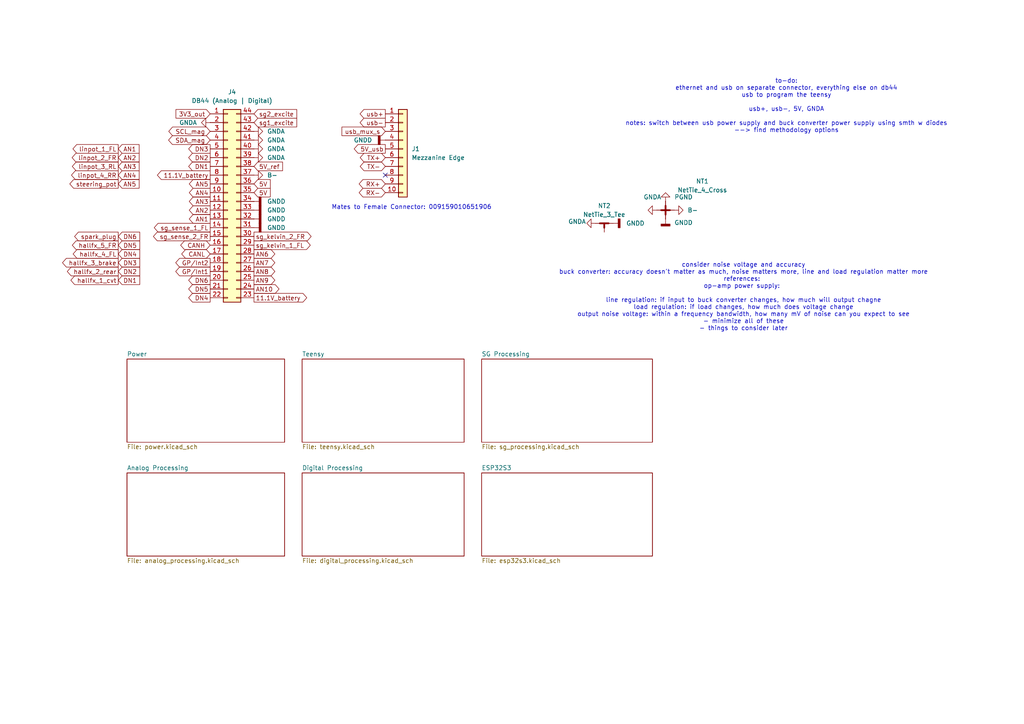
<source format=kicad_sch>
(kicad_sch (version 20250114) (generator "eeschema") (generator_version "9.0")
  (paper "A4")
  (lib_symbols
    (symbol "Connector_Generic:Conn_01x10" (pin_names (offset 1.016) (hide yes))
      (property "Reference" "J" (at 0 12.7 0))
      (property "Value" "Conn_01x10" (at 0 -15.24 0))
      (symbol "Conn_01x10_1_1"
        (rectangle (start -1.27 11.43) (end 1.27 -13.97) (stroke (width 0.254)) (fill (type background)))
        (rectangle (start -1.27 10.287) (end 0 10.033) (stroke (width 0.1524)))
        (rectangle (start -1.27 7.747) (end 0 7.493) (stroke (width 0.1524)))
        (rectangle (start -1.27 5.207) (end 0 4.953) (stroke (width 0.1524)))
        (rectangle (start -1.27 2.667) (end 0 2.413) (stroke (width 0.1524)))
        (rectangle (start -1.27 0.127) (end 0 -0.127) (stroke (width 0.1524)))
        (rectangle (start -1.27 -2.413) (end 0 -2.667) (stroke (width 0.1524)))
        (rectangle (start -1.27 -4.953) (end 0 -5.207) (stroke (width 0.1524)))
        (rectangle (start -1.27 -7.493) (end 0 -7.747) (stroke (width 0.1524)))
        (rectangle (start -1.27 -10.033) (end 0 -10.287) (stroke (width 0.1524)))
        (rectangle (start -1.27 -12.573) (end 0 -12.827) (stroke (width 0.1524)))
        (pin passive line (at -5.08 10.16 0) (length 3.81) (name "Pin_1") (number "1"))
        (pin passive line (at -5.08 7.62 0) (length 3.81) (name "Pin_2") (number "2"))
        (pin passive line (at -5.08 5.08 0) (length 3.81) (name "Pin_3") (number "3"))
        (pin passive line (at -5.08 2.54 0) (length 3.81) (name "Pin_4") (number "4"))
        (pin passive line (at -5.08 0 0) (length 3.81) (name "Pin_5") (number "5"))
        (pin passive line (at -5.08 -2.54 0) (length 3.81) (name "Pin_6") (number "6"))
        (pin passive line (at -5.08 -5.08 0) (length 3.81) (name "Pin_7") (number "7"))
        (pin passive line (at -5.08 -7.62 0) (length 3.81) (name "Pin_8") (number "8"))
        (pin passive line (at -5.08 -10.16 0) (length 3.81) (name "Pin_9") (number "9"))
        (pin passive line (at -5.08 -12.7 0) (length 3.81) (name "Pin_10") (number "10"))
      )
    )
    (symbol "Connector_Generic:Conn_02x22_Counter_Clockwise" (pin_names (offset 1.016) (hide yes))
      (property "Reference" "J" (at 1.27 27.94 0))
      (property "Value" "Conn_02x22_Counter_Clockwise" (at 1.27 -30.48 0))
      (symbol "Conn_02x22_Counter_Clockwise_1_1"
        (rectangle (start -1.27 26.67) (end 3.81 -29.21) (stroke (width 0.254)) (fill (type background)))
        (rectangle (start -1.27 25.527) (end 0 25.273) (stroke (width 0.1524)))
        (rectangle (start -1.27 22.987) (end 0 22.733) (stroke (width 0.1524)))
        (rectangle (start -1.27 20.447) (end 0 20.193) (stroke (width 0.1524)))
        (rectangle (start -1.27 17.907) (end 0 17.653) (stroke (width 0.1524)))
        (rectangle (start -1.27 15.367) (end 0 15.113) (stroke (width 0.1524)))
        (rectangle (start -1.27 12.827) (end 0 12.573) (stroke (width 0.1524)))
        (rectangle (start -1.27 10.287) (end 0 10.033) (stroke (width 0.1524)))
        (rectangle (start -1.27 7.747) (end 0 7.493) (stroke (width 0.1524)))
        (rectangle (start -1.27 5.207) (end 0 4.953) (stroke (width 0.1524)))
        (rectangle (start -1.27 2.667) (end 0 2.413) (stroke (width 0.1524)))
        (rectangle (start -1.27 0.127) (end 0 -0.127) (stroke (width 0.1524)))
        (rectangle (start -1.27 -2.413) (end 0 -2.667) (stroke (width 0.1524)))
        (rectangle (start -1.27 -4.953) (end 0 -5.207) (stroke (width 0.1524)))
        (rectangle (start -1.27 -7.493) (end 0 -7.747) (stroke (width 0.1524)))
        (rectangle (start -1.27 -10.033) (end 0 -10.287) (stroke (width 0.1524)))
        (rectangle (start -1.27 -12.573) (end 0 -12.827) (stroke (width 0.1524)))
        (rectangle (start -1.27 -15.113) (end 0 -15.367) (stroke (width 0.1524)))
        (rectangle (start -1.27 -17.653) (end 0 -17.907) (stroke (width 0.1524)))
        (rectangle (start -1.27 -20.193) (end 0 -20.447) (stroke (width 0.1524)))
        (rectangle (start -1.27 -22.733) (end 0 -22.987) (stroke (width 0.1524)))
        (rectangle (start -1.27 -25.273) (end 0 -25.527) (stroke (width 0.1524)))
        (rectangle (start -1.27 -27.813) (end 0 -28.067) (stroke (width 0.1524)))
        (rectangle (start 3.81 25.527) (end 2.54 25.273) (stroke (width 0.1524)))
        (rectangle (start 3.81 22.987) (end 2.54 22.733) (stroke (width 0.1524)))
        (rectangle (start 3.81 20.447) (end 2.54 20.193) (stroke (width 0.1524)))
        (rectangle (start 3.81 17.907) (end 2.54 17.653) (stroke (width 0.1524)))
        (rectangle (start 3.81 15.367) (end 2.54 15.113) (stroke (width 0.1524)))
        (rectangle (start 3.81 12.827) (end 2.54 12.573) (stroke (width 0.1524)))
        (rectangle (start 3.81 10.287) (end 2.54 10.033) (stroke (width 0.1524)))
        (rectangle (start 3.81 7.747) (end 2.54 7.493) (stroke (width 0.1524)))
        (rectangle (start 3.81 5.207) (end 2.54 4.953) (stroke (width 0.1524)))
        (rectangle (start 3.81 2.667) (end 2.54 2.413) (stroke (width 0.1524)))
        (rectangle (start 3.81 0.127) (end 2.54 -0.127) (stroke (width 0.1524)))
        (rectangle (start 3.81 -2.413) (end 2.54 -2.667) (stroke (width 0.1524)))
        (rectangle (start 3.81 -4.953) (end 2.54 -5.207) (stroke (width 0.1524)))
        (rectangle (start 3.81 -7.493) (end 2.54 -7.747) (stroke (width 0.1524)))
        (rectangle (start 3.81 -10.033) (end 2.54 -10.287) (stroke (width 0.1524)))
        (rectangle (start 3.81 -12.573) (end 2.54 -12.827) (stroke (width 0.1524)))
        (rectangle (start 3.81 -15.113) (end 2.54 -15.367) (stroke (width 0.1524)))
        (rectangle (start 3.81 -17.653) (end 2.54 -17.907) (stroke (width 0.1524)))
        (rectangle (start 3.81 -20.193) (end 2.54 -20.447) (stroke (width 0.1524)))
        (rectangle (start 3.81 -22.733) (end 2.54 -22.987) (stroke (width 0.1524)))
        (rectangle (start 3.81 -25.273) (end 2.54 -25.527) (stroke (width 0.1524)))
        (rectangle (start 3.81 -27.813) (end 2.54 -28.067) (stroke (width 0.1524)))
        (pin passive line (at -5.08 25.4 0) (length 3.81) (name "Pin_1") (number "1"))
        (pin passive line (at -5.08 22.86 0) (length 3.81) (name "Pin_2") (number "2"))
        (pin passive line (at -5.08 20.32 0) (length 3.81) (name "Pin_3") (number "3"))
        (pin passive line (at -5.08 17.78 0) (length 3.81) (name "Pin_4") (number "4"))
        (pin passive line (at -5.08 15.24 0) (length 3.81) (name "Pin_5") (number "5"))
        (pin passive line (at -5.08 12.7 0) (length 3.81) (name "Pin_6") (number "6"))
        (pin passive line (at -5.08 10.16 0) (length 3.81) (name "Pin_7") (number "7"))
        (pin passive line (at -5.08 7.62 0) (length 3.81) (name "Pin_8") (number "8"))
        (pin passive line (at -5.08 5.08 0) (length 3.81) (name "Pin_9") (number "9"))
        (pin passive line (at -5.08 2.54 0) (length 3.81) (name "Pin_10") (number "10"))
        (pin passive line (at -5.08 0 0) (length 3.81) (name "Pin_11") (number "11"))
        (pin passive line (at -5.08 -2.54 0) (length 3.81) (name "Pin_12") (number "12"))
        (pin passive line (at -5.08 -5.08 0) (length 3.81) (name "Pin_13") (number "13"))
        (pin passive line (at -5.08 -7.62 0) (length 3.81) (name "Pin_14") (number "14"))
        (pin passive line (at -5.08 -10.16 0) (length 3.81) (name "Pin_15") (number "15"))
        (pin passive line (at -5.08 -12.7 0) (length 3.81) (name "Pin_16") (number "16"))
        (pin passive line (at -5.08 -15.24 0) (length 3.81) (name "Pin_17") (number "17"))
        (pin passive line (at -5.08 -17.78 0) (length 3.81) (name "Pin_18") (number "18"))
        (pin passive line (at -5.08 -20.32 0) (length 3.81) (name "Pin_19") (number "19"))
        (pin passive line (at -5.08 -22.86 0) (length 3.81) (name "Pin_20") (number "20"))
        (pin passive line (at -5.08 -25.4 0) (length 3.81) (name "Pin_21") (number "21"))
        (pin passive line (at -5.08 -27.94 0) (length 3.81) (name "Pin_22") (number "22"))
        (pin passive line (at 7.62 25.4 180) (length 3.81) (name "Pin_44") (number "44"))
        (pin passive line (at 7.62 22.86 180) (length 3.81) (name "Pin_43") (number "43"))
        (pin passive line (at 7.62 20.32 180) (length 3.81) (name "Pin_42") (number "42"))
        (pin passive line (at 7.62 17.78 180) (length 3.81) (name "Pin_41") (number "41"))
        (pin passive line (at 7.62 15.24 180) (length 3.81) (name "Pin_40") (number "40"))
        (pin passive line (at 7.62 12.7 180) (length 3.81) (name "Pin_39") (number "39"))
        (pin passive line (at 7.62 10.16 180) (length 3.81) (name "Pin_38") (number "38"))
        (pin passive line (at 7.62 7.62 180) (length 3.81) (name "Pin_37") (number "37"))
        (pin passive line (at 7.62 5.08 180) (length 3.81) (name "Pin_36") (number "36"))
        (pin passive line (at 7.62 2.54 180) (length 3.81) (name "Pin_35") (number "35"))
        (pin passive line (at 7.62 0 180) (length 3.81) (name "Pin_34") (number "34"))
        (pin passive line (at 7.62 -2.54 180) (length 3.81) (name "Pin_33") (number "33"))
        (pin passive line (at 7.62 -5.08 180) (length 3.81) (name "Pin_32") (number "32"))
        (pin passive line (at 7.62 -7.62 180) (length 3.81) (name "Pin_31") (number "31"))
        (pin passive line (at 7.62 -10.16 180) (length 3.81) (name "Pin_30") (number "30"))
        (pin passive line (at 7.62 -12.7 180) (length 3.81) (name "Pin_29") (number "29"))
        (pin passive line (at 7.62 -15.24 180) (length 3.81) (name "Pin_28") (number "28"))
        (pin passive line (at 7.62 -17.78 180) (length 3.81) (name "Pin_27") (number "27"))
        (pin passive line (at 7.62 -20.32 180) (length 3.81) (name "Pin_26") (number "26"))
        (pin passive line (at 7.62 -22.86 180) (length 3.81) (name "Pin_25") (number "25"))
        (pin passive line (at 7.62 -25.4 180) (length 3.81) (name "Pin_24") (number "24"))
        (pin passive line (at 7.62 -27.94 180) (length 3.81) (name "Pin_23") (number "23"))
      )
    )
    (symbol "Device:NetTie_3_Tee" (pin_numbers (hide yes)) (pin_names (offset 0) (hide yes)) (in_bom no)
      (property "Reference" "NT" (at 0 3.175 0))
      (property "Value" "NetTie_3_Tee" (at 0 1.27 0))
      (symbol "NetTie_3_Tee_0_1"
        (polyline (pts (xy -1.27 0) (xy 1.27 0)) (stroke (width 0.254)))
        (polyline (pts (xy -1.27 0) (xy 1.27 0)) (stroke (width 0.508)))
        (polyline (pts (xy 0 -1.27) (xy 0 0)) (stroke (width 0.508)))
        (polyline (pts (xy 0 -2.54) (xy 0 -2.54)) (stroke (width 0.254)))
      )
      (symbol "NetTie_3_Tee_1_1"
        (pin passive line (at -2.54 0 0) (length 2.54) (name "1") (number "1"))
        (pin passive line (at 0 -2.54 90) (length 2.54) (name "3") (number "3"))
        (pin passive line (at 2.54 0 180) (length 2.54) (name "2") (number "2"))
      )
    )
    (symbol "Device:NetTie_4_Cross" (pin_numbers (hide yes)) (pin_names (offset 0) (hide yes)) (in_bom no)
      (property "Reference" "NT" (at 0.635 1.27 0))
      (property "Value" "NetTie_4_Cross" (at 0.635 -1.27 0))
      (symbol "NetTie_4_Cross_0_1"
        (polyline (pts (xy -1.27 0) (xy 1.27 0)) (stroke (width 0.508)))
        (polyline (pts (xy 0 -1.27) (xy 0 1.27)) (stroke (width 0.508)))
      )
      (symbol "NetTie_4_Cross_1_1"
        (pin passive line (at -2.54 0 0) (length 2.54) (name "1") (number "1"))
        (pin passive line (at 0 2.54 270) (length 2.54) (name "3") (number "3"))
        (pin passive line (at 0 -2.54 90) (length 2.54) (name "4") (number "4"))
        (pin passive line (at 2.54 0 180) (length 2.54) (name "2") (number "2"))
      )
    )
    (symbol "power:GNDA" (power) (pin_numbers (hide yes)) (pin_names (offset 0) (hide yes))
      (property "Value" "GNDA" (at 0 -3.81 0))
      (symbol "GNDA_0_1"
        (polyline (pts (xy 0 0) (xy 0 -1.27) (xy 1.27 -1.27) (xy 0 -2.54) (xy -1.27 -1.27) (xy 0 -1.27)))
      )
      (symbol "GNDA_1_1"
        (pin power_in line (at 0 0 270) (length 0) (name "~") (number "1"))
      )
    )
    (symbol "power:GNDD" (power) (pin_numbers (hide yes)) (pin_names (offset 0) (hide yes))
      (property "Value" "GNDD" (at 0 -3.175 0))
      (symbol "GNDD_0_1"
        (rectangle (start -1.27 -1.524) (end 1.27 -2.032) (stroke (width 0.254)) (fill (type outline)))
        (polyline (pts (xy 0 0) (xy 0 -1.524)))
      )
      (symbol "GNDD_1_1"
        (pin power_in line (at 0 0 270) (length 0) (name "~") (number "1"))
      )
    )
  )
  (text "consider noise voltage and accuracy\nbuck converter: accuracy doesn't matter as much, noise matters more, line and load regulation matter more\nreferences: \nop-amp power supply: \n\nline regulation: if input to buck converter changes, how much will output chagne\nload regulation: if load changes, how much does voltage change\noutput noise voltage: within a frequency bandwidth, how many mV of noise can you expect to see\n- minimize all of these\n- things to consider later" (at 215.646 76.2 0) (effects (font (size 1.27 1.27)) (justify top)))
  (text "to-do:\nethernet and usb on separate connector, everything else on db44\nusb to program the teensy\n\nusb+, usb-, 5V, GNDA\n\nnotes: switch between usb power supply and buck converter power supply using smth w diodes\n--> find methodology options" (at 228.092 30.734 0) (effects (font (size 1.27 1.27))))
  (text "Mates to Female Connector: 009159010651906" (at 119.38 60.198 0) (effects (font (size 1.27 1.27))))
  (no_connect (at 111.76 50.8))
  (global_label "AN5" (shape output) (at 60.96 53.34 180) (property "Intersheetrefs" "${INTERSHEET_REFS}" (effects (hide yes))))
  (global_label "AN7" (shape output) (at 73.66 76.2 0) (property "Intersheetrefs" "${INTERSHEET_REFS}" (effects (hide yes))))
  (global_label "linpot_1_FL" (shape output) (at 34.29 43.18 180) (property "Intersheetrefs" "${INTERSHEET_REFS}" (effects (hide yes))))
  (global_label "DN5" (shape output) (at 60.96 83.82 180) (property "Intersheetrefs" "${INTERSHEET_REFS}" (effects (hide yes))))
  (global_label "11.1V_battery" (shape output) (at 60.96 50.8 180) (property "Intersheetrefs" "${INTERSHEET_REFS}" (effects (hide yes))))
  (global_label "RX-" (shape bidirectional) (at 111.76 55.88 180) (property "Intersheetrefs" "${INTERSHEET_REFS}" (effects (hide yes))))
  (global_label "sg1_excite" (shape input) (at 73.66 35.56 0) (property "Intersheetrefs" "${INTERSHEET_REFS}" (effects (hide yes))))
  (global_label "hallfx_3_brake" (shape output) (at 34.29 76.2 180) (property "Intersheetrefs" "${INTERSHEET_REFS}" (effects (hide yes))))
  (global_label "CANH" (shape bidirectional) (at 60.96 71.12 180) (property "Intersheetrefs" "${INTERSHEET_REFS}" (effects (hide yes))))
  (global_label "spark_plug" (shape output) (at 34.29 68.58 180) (property "Intersheetrefs" "${INTERSHEET_REFS}" (effects (hide yes))))
  (global_label "5V" (shape input) (at 73.66 53.34 0) (property "Intersheetrefs" "${INTERSHEET_REFS}" (effects (hide yes))))
  (global_label "AN4" (shape output) (at 60.96 55.88 180) (property "Intersheetrefs" "${INTERSHEET_REFS}" (effects (hide yes))))
  (global_label "RX+" (shape bidirectional) (at 111.76 53.34 180) (property "Intersheetrefs" "${INTERSHEET_REFS}" (effects (hide yes))))
  (global_label "sg_sense_1_FL" (shape output) (at 60.96 66.04 180) (property "Intersheetrefs" "${INTERSHEET_REFS}" (effects (hide yes))))
  (global_label "usb_mux_s" (shape input) (at 111.76 38.1 180) (property "Intersheetrefs" "${INTERSHEET_REFS}" (effects (hide yes))))
  (global_label "DN6" (shape output) (at 60.96 81.28 180) (property "Intersheetrefs" "${INTERSHEET_REFS}" (effects (hide yes))))
  (global_label "linpot_2_FR" (shape output) (at 34.29 45.72 180) (property "Intersheetrefs" "${INTERSHEET_REFS}" (effects (hide yes))))
  (global_label "DN2" (shape output) (at 60.96 45.72 180) (property "Intersheetrefs" "${INTERSHEET_REFS}" (effects (hide yes))))
  (global_label "5V_usb" (shape output) (at 111.76 43.18 180) (property "Intersheetrefs" "${INTERSHEET_REFS}" (effects (hide yes))))
  (global_label "AN3" (shape input) (at 34.29 48.26 0) (property "Intersheetrefs" "${INTERSHEET_REFS}" (effects (hide yes))))
  (global_label "DN4" (shape input) (at 34.29 73.66 0) (property "Intersheetrefs" "${INTERSHEET_REFS}" (effects (hide yes))))
  (global_label "AN4" (shape input) (at 34.29 50.8 0) (property "Intersheetrefs" "${INTERSHEET_REFS}" (effects (hide yes))))
  (global_label "sg2_excite" (shape input) (at 73.66 33.02 0) (property "Intersheetrefs" "${INTERSHEET_REFS}" (effects (hide yes))))
  (global_label "5V_ref" (shape input) (at 73.66 48.26 0) (property "Intersheetrefs" "${INTERSHEET_REFS}" (effects (hide yes))))
  (global_label "AN10" (shape output) (at 73.66 83.82 0) (property "Intersheetrefs" "${INTERSHEET_REFS}" (effects (hide yes))))
  (global_label "GP{slash}Int1" (shape output) (at 60.96 78.74 180) (property "Intersheetrefs" "${INTERSHEET_REFS}" (effects (hide yes))))
  (global_label "DN5" (shape input) (at 34.29 71.12 0) (property "Intersheetrefs" "${INTERSHEET_REFS}" (effects (hide yes))))
  (global_label "DN3" (shape input) (at 34.29 76.2 0) (property "Intersheetrefs" "${INTERSHEET_REFS}" (effects (hide yes))))
  (global_label "usb+" (shape output) (at 111.76 33.02 180) (property "Intersheetrefs" "${INTERSHEET_REFS}" (effects (hide yes))))
  (global_label "linpot_4_RR" (shape output) (at 34.29 50.8 180) (property "Intersheetrefs" "${INTERSHEET_REFS}" (effects (hide yes))))
  (global_label "AN1" (shape input) (at 34.29 43.18 0) (property "Intersheetrefs" "${INTERSHEET_REFS}" (effects (hide yes))))
  (global_label "TX+" (shape bidirectional) (at 111.76 45.72 180) (property "Intersheetrefs" "${INTERSHEET_REFS}" (effects (hide yes))))
  (global_label "hallfx_5_FR" (shape output) (at 34.29 71.12 180) (property "Intersheetrefs" "${INTERSHEET_REFS}" (effects (hide yes))))
  (global_label "AN6" (shape output) (at 73.66 73.66 0) (property "Intersheetrefs" "${INTERSHEET_REFS}" (effects (hide yes))))
  (global_label "steering_pot" (shape output) (at 34.29 53.34 180) (property "Intersheetrefs" "${INTERSHEET_REFS}" (effects (hide yes))))
  (global_label "DN6" (shape input) (at 34.29 68.58 0) (property "Intersheetrefs" "${INTERSHEET_REFS}" (effects (hide yes))))
  (global_label "linpot_3_RL" (shape output) (at 34.29 48.26 180) (property "Intersheetrefs" "${INTERSHEET_REFS}" (effects (hide yes))))
  (global_label "AN2" (shape output) (at 60.96 60.96 180) (property "Intersheetrefs" "${INTERSHEET_REFS}" (effects (hide yes))))
  (global_label "hallfx_1_cvt" (shape output) (at 34.29 81.28 180) (property "Intersheetrefs" "${INTERSHEET_REFS}" (effects (hide yes))))
  (global_label "AN1" (shape output) (at 60.96 63.5 180) (property "Intersheetrefs" "${INTERSHEET_REFS}" (effects (hide yes))))
  (global_label "5V" (shape input) (at 73.66 55.88 0) (property "Intersheetrefs" "${INTERSHEET_REFS}" (effects (hide yes))))
  (global_label "TX-" (shape bidirectional) (at 111.76 48.26 180) (property "Intersheetrefs" "${INTERSHEET_REFS}" (effects (hide yes))))
  (global_label "hallfx_2_rear" (shape output) (at 34.29 78.74 180) (property "Intersheetrefs" "${INTERSHEET_REFS}" (effects (hide yes))))
  (global_label "CANL" (shape bidirectional) (at 60.96 73.66 180) (property "Intersheetrefs" "${INTERSHEET_REFS}" (effects (hide yes))))
  (global_label "3V3_out" (shape input) (at 60.96 33.02 180) (property "Intersheetrefs" "${INTERSHEET_REFS}" (effects (hide yes))))
  (global_label "SDA_mag" (shape bidirectional) (at 60.96 40.64 180) (property "Intersheetrefs" "${INTERSHEET_REFS}" (effects (hide yes))))
  (global_label "11.1V_battery" (shape output) (at 73.66 86.36 0) (property "Intersheetrefs" "${INTERSHEET_REFS}" (effects (hide yes))))
  (global_label "usb-" (shape output) (at 111.76 35.56 180) (property "Intersheetrefs" "${INTERSHEET_REFS}" (effects (hide yes))))
  (global_label "AN5" (shape input) (at 34.29 53.34 0) (property "Intersheetrefs" "${INTERSHEET_REFS}" (effects (hide yes))))
  (global_label "sg_kelvin_2_FR" (shape output) (at 73.66 68.58 0) (property "Intersheetrefs" "${INTERSHEET_REFS}" (effects (hide yes))))
  (global_label "hallfx_4_FL" (shape output) (at 34.29 73.66 180) (property "Intersheetrefs" "${INTERSHEET_REFS}" (effects (hide yes))))
  (global_label "AN3" (shape output) (at 60.96 58.42 180) (property "Intersheetrefs" "${INTERSHEET_REFS}" (effects (hide yes))))
  (global_label "AN8" (shape output) (at 73.66 78.74 0) (property "Intersheetrefs" "${INTERSHEET_REFS}" (effects (hide yes))))
  (global_label "sg_sense_2_FR" (shape output) (at 60.96 68.58 180) (property "Intersheetrefs" "${INTERSHEET_REFS}" (effects (hide yes))))
  (global_label "AN2" (shape input) (at 34.29 45.72 0) (property "Intersheetrefs" "${INTERSHEET_REFS}" (effects (hide yes))))
  (global_label "DN4" (shape output) (at 60.96 86.36 180) (property "Intersheetrefs" "${INTERSHEET_REFS}" (effects (hide yes))))
  (global_label "SCL_mag" (shape bidirectional) (at 60.96 38.1 180) (property "Intersheetrefs" "${INTERSHEET_REFS}" (effects (hide yes))))
  (global_label "DN2" (shape input) (at 34.29 78.74 0) (property "Intersheetrefs" "${INTERSHEET_REFS}" (effects (hide yes))))
  (global_label "DN1" (shape input) (at 34.29 81.28 0) (property "Intersheetrefs" "${INTERSHEET_REFS}" (effects (hide yes))))
  (global_label "DN1" (shape output) (at 60.96 48.26 180) (property "Intersheetrefs" "${INTERSHEET_REFS}" (effects (hide yes))))
  (global_label "DN3" (shape output) (at 60.96 43.18 180) (property "Intersheetrefs" "${INTERSHEET_REFS}" (effects (hide yes))))
  (global_label "GP{slash}Int2" (shape output) (at 60.96 76.2 180) (property "Intersheetrefs" "${INTERSHEET_REFS}" (effects (hide yes))))
  (global_label "AN9" (shape output) (at 73.66 81.28 0) (property "Intersheetrefs" "${INTERSHEET_REFS}" (effects (hide yes))))
  (global_label "sg_kelvin_1_FL" (shape output) (at 73.66 71.12 0) (property "Intersheetrefs" "${INTERSHEET_REFS}" (effects (hide yes))))
  (symbol (lib_id "power:GNDD") (at 73.66 63.5 90) (unit 1)
    (property "Reference" "#PWR059" (effects (hide yes)))
    (property "Value" "GNDD" (at 77.47 63.4999 90) (effects (justify right)))
    (property "Description" "Power symbol creates a global label with name \"GNDD\" , digital ground" (effects (hide yes)))
  )
  (symbol (lib_id "Device:NetTie_4_Cross") (at 193.04 60.96 0) (unit 1) (in_bom no)
    (property "Reference" "NT1" (at 203.708 52.578 0))
    (property "Value" "NetTie_4_Cross" (at 203.708 55.118 0))
    (property "Footprint" "NetTie:NetTie-4_SMD_Pad0.5mm" (effects (hide yes)))
    (property "Description" "Net tie, 4 pins, cross" (effects (hide yes)))
  )
  (symbol (lib_id "power:GNDA") (at 73.66 43.18 90) (unit 1)
    (property "Reference" "#PWR0104" (effects (hide yes)))
    (property "Value" "GNDA" (at 77.47 43.1799 90) (effects (justify right)))
    (property "Description" "Power symbol creates a global label with name \"GNDA\" , analog ground" (effects (hide yes)))
  )
  (symbol (lib_id "Connector_Generic:Conn_02x22_Counter_Clockwise") (at 66.04 58.42 0) (unit 1)
    (property "Reference" "J4" (at 67.31 26.67 0))
    (property "Value" "DB44 (Analog | Digital)" (at 67.31 29.21 0))
    (property "Footprint" "22XT_Main:aaren_mouser_db44_screws" (effects (hide yes)))
    (property "Description" "Generic connector, double row, 02x22, counter clockwise pin numbering scheme (similar to DIP package numbering), script generated (kicad-library-utils/schlib/autogen/connector/)" (effects (hide yes)))
  )
  (symbol (lib_id "power:GNDA") (at 60.96 35.56 270) (unit 1)
    (property "Reference" "#PWR0103" (effects (hide yes)))
    (property "Value" "GNDA" (at 57.15 35.5599 90) (effects (justify right)))
    (property "Description" "Power symbol creates a global label with name \"GNDA\" , analog ground" (effects (hide yes)))
  )
  (symbol (lib_id "power:GNDD") (at 193.04 63.5 0) (unit 1)
    (property "Reference" "#PWR090" (effects (hide yes)))
    (property "Value" "GNDD" (at 195.58 64.5794 0) (effects (justify left)))
    (property "Description" "Power symbol creates a global label with name \"GNDD\" , digital ground" (effects (hide yes)))
  )
  (symbol (lib_id "power:GNDA") (at 73.66 50.8 90) (unit 1)
    (property "Reference" "#PWR072" (effects (hide yes)))
    (property "Value" "B-" (at 77.47 50.7999 90) (effects (justify right)))
    (property "Description" "Power symbol creates a global label with name \"GNDA\" , analog ground" (effects (hide yes)))
  )
  (symbol (lib_id "power:GNDA") (at 73.66 40.64 90) (unit 1)
    (property "Reference" "#PWR053" (effects (hide yes)))
    (property "Value" "GNDA" (at 77.47 40.6399 90) (effects (justify right)))
    (property "Description" "Power symbol creates a global label with name \"GNDA\" , analog ground" (effects (hide yes)))
  )
  (symbol (lib_id "power:GNDA") (at 190.5 60.96 270) (unit 1)
    (property "Reference" "#PWR089" (effects (hide yes)))
    (property "Value" "GNDA" (at 189.23 57.15 90))
    (property "Description" "Power symbol creates a global label with name \"GNDA\" , analog ground" (effects (hide yes)))
  )
  (symbol (lib_id "Connector_Generic:Conn_01x10") (at 116.84 43.18 0) (unit 1)
    (property "Reference" "J1" (at 119.38 43.1799 0) (effects (justify left)))
    (property "Value" "Mezzanine Edge" (at 119.38 45.7199 0) (effects (justify left)))
    (property "Footprint" "22XT_Main:Double Sided Mezzanine Card Edge_Edge Side" (effects (hide yes)))
    (property "Description" "Generic connector, single row, 01x10, script generated (kicad-library-utils/schlib/autogen/connector/)" (effects (hide yes)))
  )
  (symbol (lib_id "power:GNDA") (at 195.58 60.96 90) (unit 1)
    (property "Reference" "#PWR092" (effects (hide yes)))
    (property "Value" "B-" (at 199.39 60.9599 90) (effects (justify right)))
    (property "Description" "Power symbol creates a global label with name \"GNDA\" , analog ground" (effects (hide yes)))
  )
  (symbol (lib_id "power:GNDD") (at 111.76 40.64 270) (unit 1)
    (property "Reference" "#PWR038" (effects (hide yes)))
    (property "Value" "GNDD" (at 107.95 40.6399 90) (effects (justify right)))
    (property "Description" "Power symbol creates a global label with name \"GNDD\" , digital ground" (effects (hide yes)))
  )
  (symbol (lib_id "power:GNDA") (at 73.66 45.72 90) (unit 1)
    (property "Reference" "#PWR0105" (effects (hide yes)))
    (property "Value" "GNDA" (at 77.47 45.7199 90) (effects (justify right)))
    (property "Description" "Power symbol creates a global label with name \"GNDA\" , analog ground" (effects (hide yes)))
  )
  (symbol (lib_id "power:GNDD") (at 73.66 58.42 90) (unit 1)
    (property "Reference" "#PWR0100" (effects (hide yes)))
    (property "Value" "GNDD" (at 77.47 58.4199 90) (effects (justify right)))
    (property "Description" "Power symbol creates a global label with name \"GNDD\" , digital ground" (effects (hide yes)))
  )
  (symbol (lib_id "power:GNDA") (at 172.72 64.77 270) (unit 1)
    (property "Reference" "#PWR094" (effects (hide yes)))
    (property "Value" "GNDA" (at 167.386 64.262 90))
    (property "Description" "Power symbol creates a global label with name \"GNDA\" , analog ground" (effects (hide yes)))
  )
  (symbol (lib_id "power:GNDD") (at 73.66 66.04 90) (unit 1)
    (property "Reference" "#PWR01" (effects (hide yes)))
    (property "Value" "GNDD" (at 77.47 66.0399 90) (effects (justify right)))
    (property "Description" "Power symbol creates a global label with name \"GNDD\" , digital ground" (effects (hide yes)))
  )
  (symbol (lib_id "power:GNDD") (at 177.8 64.77 90) (unit 1)
    (property "Reference" "#PWR095" (effects (hide yes)))
    (property "Value" "GNDD" (at 181.61 64.7699 90) (effects (justify right)))
    (property "Description" "Power symbol creates a global label with name \"GNDD\" , digital ground" (effects (hide yes)))
  )
  (symbol (lib_id "power:GNDA") (at 193.04 58.42 180) (unit 1)
    (property "Reference" "#PWR091" (effects (hide yes)))
    (property "Value" "PGND" (at 195.58 57.1499 0) (effects (justify right)))
    (property "Description" "Power symbol creates a global label with name \"GNDA\" , analog ground" (effects (hide yes)))
  )
  (symbol (lib_id "Device:NetTie_3_Tee") (at 175.26 64.77 0) (unit 1) (in_bom no)
    (property "Reference" "NT2" (at 175.26 59.69 0))
    (property "Value" "NetTie_3_Tee" (at 175.26 62.23 0))
    (property "Footprint" "NetTie:NetTie-2_SMD_Pad0.5mm" (effects (hide yes)))
    (property "Description" "Net tie, 3 pins, tee" (effects (hide yes)))
  )
  (symbol (lib_id "power:GNDA") (at 73.66 38.1 90) (unit 1)
    (property "Reference" "#PWR052" (effects (hide yes)))
    (property "Value" "GNDA" (at 77.47 38.0999 90) (effects (justify right)))
    (property "Description" "Power symbol creates a global label with name \"GNDA\" , analog ground" (effects (hide yes)))
  )
  (symbol (lib_id "power:GNDD") (at 73.66 60.96 90) (unit 1)
    (property "Reference" "#PWR0102" (effects (hide yes)))
    (property "Value" "GNDD" (at 77.47 60.9599 90) (effects (justify right)))
    (property "Description" "Power symbol creates a global label with name \"GNDD\" , digital ground" (effects (hide yes)))
  )
  (sheet (at 87.63 137.16) (size 46.99 24.13) (stroke (width 0.1524))
    (property "Sheetname" "Digital Processing" (at 87.63 136.4484 0) (effects (justify left bottom)))
    (property "Sheetfile" "digital_processing.kicad_sch" (at 87.63 161.8746 0) (effects (justify left top)))
  )
  (sheet (at 139.7 104.14) (size 49.53 24.13) (stroke (width 0.1524))
    (property "Sheetname" "SG Processing" (at 139.7 103.4284 0) (effects (justify left bottom)))
    (property "Sheetfile" "sg_processing.kicad_sch" (at 139.7 128.8546 0) (effects (justify left top)))
  )
  (sheet (at 36.83 137.16) (size 45.72 24.13) (stroke (width 0.1524))
    (property "Sheetname" "Analog Processing" (at 36.83 136.4484 0) (effects (justify left bottom)))
    (property "Sheetfile" "analog_processing.kicad_sch" (at 36.83 161.8746 0) (effects (justify left top)))
  )
  (sheet (at 36.83 104.14) (size 45.72 24.13) (stroke (width 0.1524))
    (property "Sheetname" "Power" (at 36.83 103.4284 0) (effects (justify left bottom)))
    (property "Sheetfile" "power.kicad_sch" (at 36.83 128.8546 0) (effects (justify left top)))
  )
  (sheet (at 139.7 137.16) (size 49.53 24.13) (stroke (width 0.1524))
    (property "Sheetname" "ESP32S3" (at 139.7 136.4484 0) (effects (justify left bottom)))
    (property "Sheetfile" "esp32s3.kicad_sch" (at 139.7 161.8746 0) (effects (justify left top)))
  )
  (sheet (at 87.63 104.14) (size 46.99 24.13) (stroke (width 0.1524))
    (property "Sheetname" "Teensy" (at 87.63 103.4284 0) (effects (justify left bottom)))
    (property "Sheetfile" "teensy.kicad_sch" (at 87.63 128.8546 0) (effects (justify left top)))
  )
)
</source>
